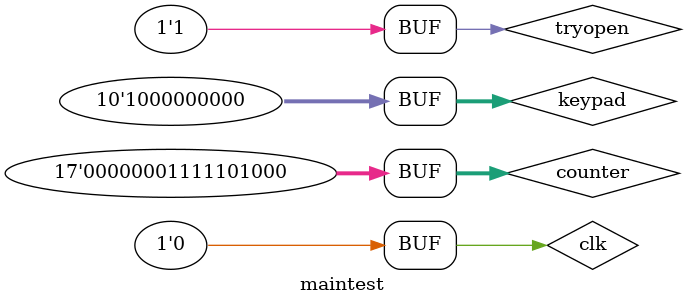
<source format=v>
`timescale 1ms/100ns
`include "main.v"
module maintest ();
    reg clk;
    reg [9:0] keypad;
    reg tryopen;
    reg  [16:0] counter;

initial begin
    clk = 0;
    for (counter = 0; counter < 1000; counter = counter + 1) begin
        #1;
        clk = ~clk;
        end
end

initial begin
        #10;tryopen = 1;
        #10;tryopen = 0;
        #10;keypad = 10'b0010000000;
        #10;keypad = 10'b0100000000;
        #10;keypad = 10'b1000000000;
        #10;keypad = 10'b0000000001;
        #10;keypad = 10'b0000000010;//1
        #10;keypad = 10'b0000000001;
        #10;keypad = 10'b1000000000;
        #10;keypad = 10'b0100000000;
        #10;keypad = 10'b0010000000;//7
        #10;keypad = 10'b0100000000;
        #10;keypad = 10'b1000000000;
        #10;keypad = 10'b0000000001;
        #10;keypad = 10'b0000000010;
        #10;keypad = 10'b0000000100;//2
        #10;keypad = 10'b0000000010;
        #10;keypad = 10'b0000000001;
        #10;keypad = 10'b1000000000;
        #10;keypad = 10'b0100000000;//8
        #10;keypad = 10'b1000000000;
        #10;keypad = 10'b0000000001;
        #10;keypad = 10'b0000000010;
        #10;keypad = 10'b0000000100;
        #10;keypad = 10'b0000001000;//3
        #10;keypad = 10'b0000000100;
        #10;keypad = 10'b0000000010;
        #10;keypad = 10'b0000000001;
        #10;keypad = 10'b1000000000;//9
        #10;tryopen = 1;
end

//keyword = 172839
main inputers(clk, 4'b0001,4'b0111,4'b0010,4'b1000,4'b0011,4'b1001, keypad, tryopen,lockoutput);

initial begin
    $dumpfile("test.vcd");//生成vcd文件
    $dumpvars(0,maintest);//将所有变量写入vcd文件
end

endmodule
</source>
